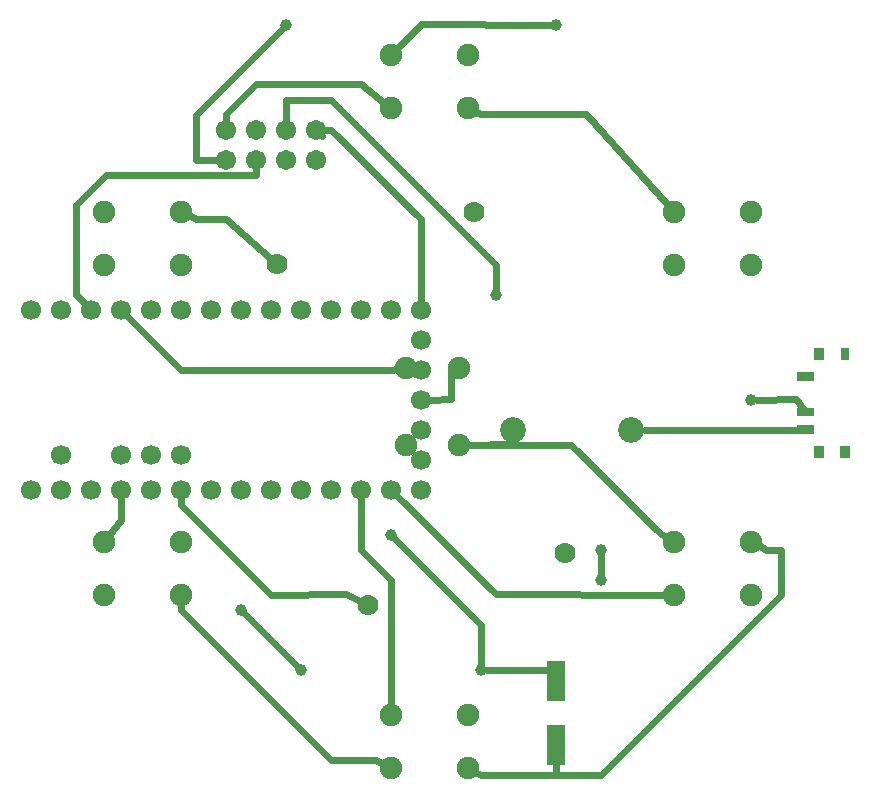
<source format=gbl>
G04 MADE WITH FRITZING*
G04 WWW.FRITZING.ORG*
G04 DOUBLE SIDED*
G04 HOLES PLATED*
G04 CONTOUR ON CENTER OF CONTOUR VECTOR*
%ASAXBY*%
%FSLAX23Y23*%
%MOIN*%
%OFA0B0*%
%SFA1.0B1.0*%
%ADD10C,0.039370*%
%ADD11C,0.085437*%
%ADD12C,0.075000*%
%ADD13C,0.070000*%
%ADD14C,0.066889*%
%ADD15C,0.067278*%
%ADD16R,0.062992X0.137795*%
%ADD17R,0.031496X0.039370*%
%ADD18C,0.024000*%
%LNCOPPER0*%
G90*
G70*
G54D10*
X2501Y1436D03*
X801Y736D03*
X1001Y536D03*
X1601Y536D03*
X1301Y986D03*
G54D11*
X2101Y1336D03*
X1708Y1336D03*
G54D10*
X951Y2686D03*
X1851Y2686D03*
X2001Y936D03*
X2001Y836D03*
X1651Y1786D03*
G54D12*
X601Y1886D03*
X345Y1886D03*
X601Y2063D03*
X345Y2063D03*
X1301Y2586D03*
X1557Y2586D03*
X1301Y2409D03*
X1557Y2409D03*
X2501Y1886D03*
X2245Y1886D03*
X2501Y2063D03*
X2245Y2063D03*
X2501Y786D03*
X2245Y786D03*
X2501Y963D03*
X2245Y963D03*
X1301Y386D03*
X1557Y386D03*
X1301Y209D03*
X1557Y209D03*
X1351Y1286D03*
X1351Y1542D03*
X1528Y1286D03*
X1528Y1542D03*
X345Y963D03*
X601Y963D03*
X345Y786D03*
X601Y786D03*
G54D13*
X1226Y751D03*
X1882Y926D03*
X1577Y2061D03*
X921Y1887D03*
G54D14*
X1401Y1136D03*
X1301Y1136D03*
X1201Y1136D03*
X1101Y1136D03*
X1001Y1136D03*
X901Y1136D03*
X801Y1136D03*
X701Y1136D03*
X601Y1136D03*
X501Y1136D03*
X401Y1136D03*
X301Y1136D03*
X201Y1136D03*
X101Y1136D03*
X201Y1250D03*
X501Y1250D03*
X401Y1250D03*
X1401Y1736D03*
X1301Y1736D03*
X1201Y1736D03*
X1101Y1736D03*
X1001Y1736D03*
X901Y1736D03*
X801Y1736D03*
X701Y1736D03*
X601Y1736D03*
X501Y1736D03*
X401Y1736D03*
X301Y1736D03*
X201Y1736D03*
X101Y1736D03*
X601Y1250D03*
X1401Y1536D03*
X1401Y1636D03*
X1401Y1436D03*
X1401Y1236D03*
X1401Y1336D03*
X1401Y1136D03*
X1301Y1136D03*
X1201Y1136D03*
X1101Y1136D03*
X1001Y1136D03*
X901Y1136D03*
X801Y1136D03*
X701Y1136D03*
X601Y1136D03*
X501Y1136D03*
X401Y1136D03*
X301Y1136D03*
X201Y1136D03*
X101Y1136D03*
X201Y1250D03*
X501Y1250D03*
X401Y1250D03*
X1401Y1736D03*
X1301Y1736D03*
X1201Y1736D03*
X1101Y1736D03*
X1001Y1736D03*
X901Y1736D03*
X801Y1736D03*
X701Y1736D03*
X601Y1736D03*
X501Y1736D03*
X401Y1736D03*
X301Y1736D03*
X201Y1736D03*
X101Y1736D03*
X601Y1250D03*
X1401Y1536D03*
X1401Y1636D03*
X1401Y1436D03*
X1401Y1236D03*
X1401Y1336D03*
G54D15*
X751Y2236D03*
X851Y2236D03*
X951Y2236D03*
X1051Y2236D03*
X751Y2336D03*
X851Y2336D03*
X951Y2336D03*
X1051Y2336D03*
X751Y2236D03*
X851Y2236D03*
X951Y2236D03*
X1051Y2236D03*
X751Y2336D03*
X851Y2336D03*
X951Y2336D03*
X1051Y2336D03*
G54D16*
X1851Y499D03*
X1851Y286D03*
G54D17*
X2815Y1588D03*
G54D18*
X2659Y1336D02*
X2147Y1336D01*
D02*
X2652Y1437D02*
X2677Y1403D01*
D02*
X2520Y1436D02*
X2652Y1437D01*
D02*
X1700Y1287D02*
X1701Y1291D01*
D02*
X1557Y1286D02*
X1700Y1287D01*
D02*
X988Y549D02*
X815Y722D01*
D02*
X1600Y686D02*
X1601Y555D01*
D02*
X1315Y972D02*
X1600Y686D01*
D02*
X1601Y184D02*
X1850Y184D01*
D02*
X1850Y184D02*
X1850Y223D01*
D02*
X1582Y195D02*
X1601Y184D01*
D02*
X1602Y2387D02*
X1950Y2387D01*
D02*
X1950Y2387D02*
X2226Y2084D01*
D02*
X1583Y2396D02*
X1602Y2387D01*
D02*
X750Y2387D02*
X751Y2364D01*
D02*
X1202Y2487D02*
X850Y2487D01*
D02*
X850Y2487D02*
X750Y2387D01*
D02*
X1279Y2426D02*
X1202Y2487D01*
D02*
X752Y2037D02*
X897Y1908D01*
D02*
X651Y2037D02*
X752Y2037D01*
D02*
X627Y2050D02*
X651Y2037D01*
D02*
X1502Y1536D02*
X1500Y1536D01*
D02*
X1502Y1437D02*
X1502Y1536D01*
D02*
X1432Y1436D02*
X1502Y1437D01*
D02*
X1902Y1285D02*
X2201Y987D01*
D02*
X2201Y987D02*
X2220Y977D01*
D02*
X1557Y1286D02*
X1902Y1285D01*
D02*
X1602Y186D02*
X2000Y186D01*
D02*
X2000Y186D02*
X2601Y786D01*
D02*
X2601Y786D02*
X2601Y936D01*
D02*
X2601Y936D02*
X2552Y936D01*
D02*
X2552Y936D02*
X2527Y950D01*
D02*
X1583Y196D02*
X1602Y186D01*
D02*
X1101Y236D02*
X601Y736D01*
D02*
X1252Y236D02*
X1101Y236D01*
D02*
X601Y736D02*
X601Y757D01*
D02*
X1276Y223D02*
X1252Y236D01*
D02*
X401Y1105D02*
X401Y1035D01*
D02*
X401Y1035D02*
X363Y986D01*
D02*
X902Y785D02*
X602Y1085D01*
D02*
X1152Y787D02*
X902Y785D01*
D02*
X602Y1085D02*
X602Y1105D01*
D02*
X1198Y765D02*
X1152Y787D01*
D02*
X1200Y936D02*
X1201Y1105D01*
D02*
X1301Y835D02*
X1200Y936D01*
D02*
X1301Y415D02*
X1301Y835D01*
D02*
X1651Y787D02*
X2217Y786D01*
D02*
X1323Y1114D02*
X1651Y787D01*
D02*
X1301Y1536D02*
X601Y1536D01*
D02*
X601Y1536D02*
X423Y1714D01*
D02*
X1323Y1538D02*
X1301Y1536D01*
D02*
X351Y2186D02*
X851Y2186D01*
D02*
X851Y2186D02*
X851Y2208D01*
D02*
X252Y2085D02*
X351Y2186D01*
D02*
X252Y1786D02*
X252Y2085D01*
D02*
X280Y1758D02*
X252Y1786D01*
D02*
X651Y2386D02*
X938Y2672D01*
D02*
X651Y2236D02*
X651Y2386D01*
D02*
X723Y2236D02*
X651Y2236D01*
D02*
X1101Y2335D02*
X1052Y2335D01*
D02*
X1402Y2037D02*
X1101Y2335D01*
D02*
X1052Y2335D02*
X1072Y2316D01*
D02*
X1401Y1767D02*
X1402Y2037D01*
D02*
X1402Y2687D02*
X1321Y2606D01*
D02*
X1832Y2686D02*
X1402Y2687D01*
D02*
X2001Y917D02*
X2001Y855D01*
D02*
X952Y2435D02*
X951Y2364D01*
D02*
X1651Y1885D02*
X1101Y2435D01*
D02*
X1651Y1805D02*
X1651Y1885D01*
D02*
X1101Y2435D02*
X952Y2435D01*
D02*
X1851Y536D02*
X1620Y536D01*
D02*
X1851Y499D02*
X1851Y536D01*
G36*
X2713Y1608D02*
X2744Y1608D01*
X2744Y1568D01*
X2713Y1568D01*
X2713Y1608D01*
G37*
D02*
G36*
X2799Y1281D02*
X2831Y1281D01*
X2831Y1241D01*
X2799Y1241D01*
X2799Y1281D01*
G37*
D02*
G36*
X2713Y1281D02*
X2744Y1281D01*
X2744Y1241D01*
X2713Y1241D01*
X2713Y1281D01*
G37*
D02*
G36*
X2654Y1527D02*
X2713Y1527D01*
X2713Y1499D01*
X2654Y1499D01*
X2654Y1527D01*
G37*
D02*
G36*
X2654Y1409D02*
X2713Y1409D01*
X2713Y1381D01*
X2654Y1381D01*
X2654Y1409D01*
G37*
D02*
G36*
X2654Y1350D02*
X2713Y1350D01*
X2713Y1322D01*
X2654Y1322D01*
X2654Y1350D01*
G37*
D02*
G04 End of Copper0*
M02*
</source>
